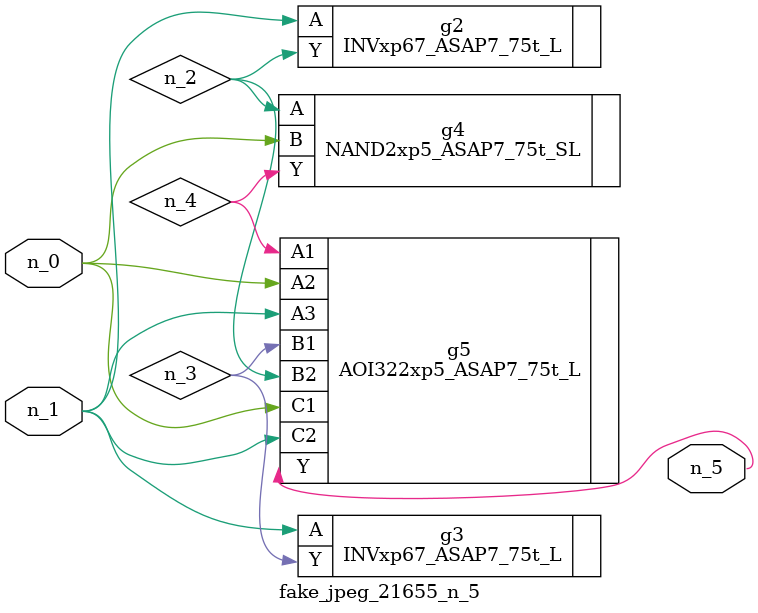
<source format=v>
module fake_jpeg_21655_n_5 (n_0, n_1, n_5);

input n_0;
input n_1;

output n_5;

wire n_2;
wire n_3;
wire n_4;

INVxp67_ASAP7_75t_L g2 ( 
.A(n_1),
.Y(n_2)
);

INVxp67_ASAP7_75t_L g3 ( 
.A(n_1),
.Y(n_3)
);

NAND2xp5_ASAP7_75t_SL g4 ( 
.A(n_2),
.B(n_0),
.Y(n_4)
);

AOI322xp5_ASAP7_75t_L g5 ( 
.A1(n_4),
.A2(n_0),
.A3(n_1),
.B1(n_3),
.B2(n_2),
.C1(n_0),
.C2(n_1),
.Y(n_5)
);


endmodule
</source>
